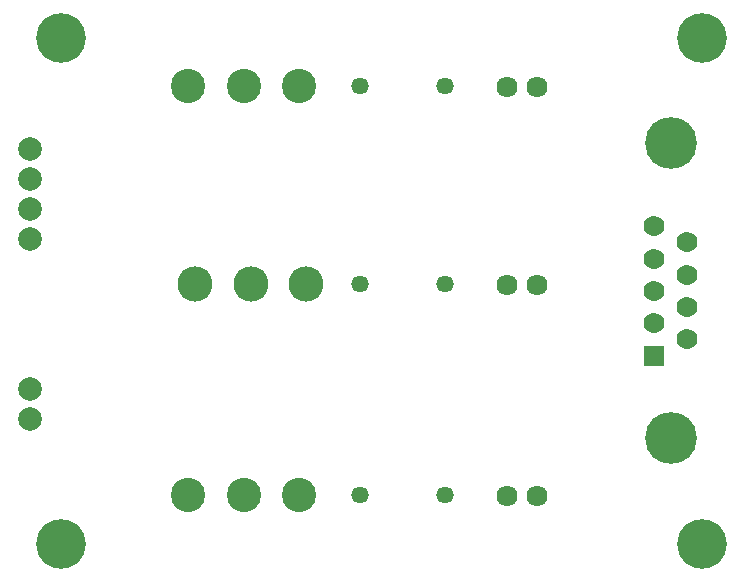
<source format=gbr>
G04 EAGLE Gerber RS-274X export*
G75*
%MOMM*%
%FSLAX34Y34*%
%LPD*%
%INSoldermask Top*%
%IPPOS*%
%AMOC8*
5,1,8,0,0,1.08239X$1,22.5*%
G01*
G04 Define Apertures*
%ADD10C,4.203200*%
%ADD11R,1.763200X1.763200*%
%ADD12C,1.763200*%
%ADD13C,4.389200*%
%ADD14C,2.003200*%
%ADD15C,2.903200*%
%ADD16C,1.784200*%
%ADD17C,1.463200*%
%ADD18C,2.978200*%
D10*
X35400Y469900D03*
X35400Y41600D03*
X578800Y41600D03*
X578800Y469900D03*
D11*
X537640Y201300D03*
D12*
X537640Y228700D03*
X537640Y256100D03*
X537640Y283500D03*
X537640Y310900D03*
X566040Y215000D03*
X566040Y242400D03*
X566040Y269800D03*
X566040Y297200D03*
D13*
X551840Y381100D03*
X551840Y131200D03*
D14*
X9363Y173200D03*
X9186Y147801D03*
X9160Y376400D03*
X9160Y300200D03*
X9160Y325600D03*
X9160Y351000D03*
D15*
X237470Y429536D03*
X190470Y429536D03*
X143470Y429536D03*
X237470Y83360D03*
X190470Y83360D03*
X143470Y83360D03*
D16*
X413700Y82637D03*
X439100Y82637D03*
D17*
X288600Y429536D03*
X361000Y429536D03*
X288600Y262100D03*
X361000Y262100D03*
X288600Y83360D03*
X361000Y83360D03*
D16*
X413700Y261377D03*
X439100Y261377D03*
X413700Y428813D03*
X439100Y428813D03*
D18*
X149438Y262100D03*
X196438Y262100D03*
X243438Y262100D03*
M02*

</source>
